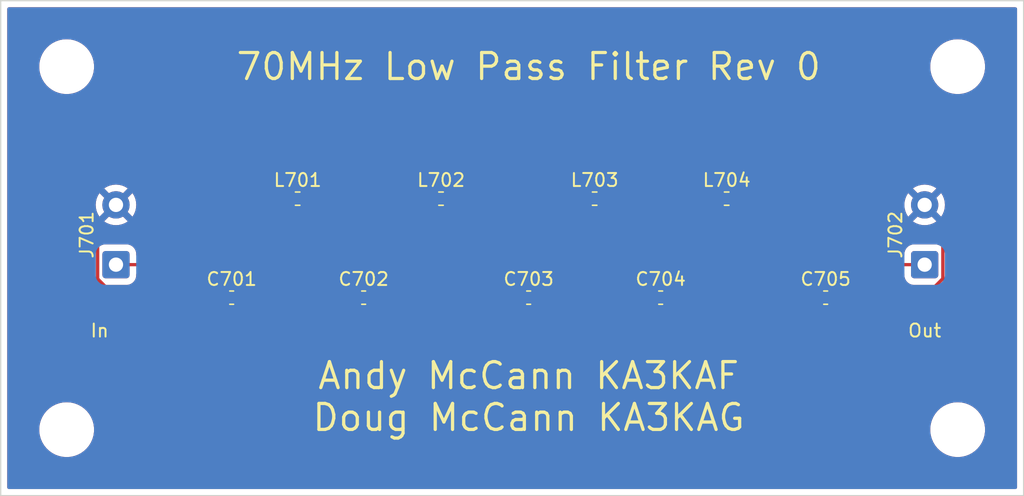
<source format=kicad_pcb>
(kicad_pcb (version 20211014) (generator pcbnew)
  (title_block (title "Spectrum Analyzer 70Mhz LPF") (date "2022-08-22") (rev "0") (company "Andy McCann KA3KAF and Doug McCann KA3KAG") (comment 2 "Wes Hayward W7ZOI") (comment 3 "Original Design by:"))
  (layers (0 "F.Cu" signal) (31 "B.Cu" signal) (34 "B.Paste" user) (35 "F.Paste" user) (36 "B.SilkS" user "B.Silkscreen") (37 "F.SilkS" user "F.Silkscreen") (38 "B.Mask" user) (39 "F.Mask" user) (44 "Edge.Cuts" user))
  (net 0 "")
  (net 1 "/In")
  (net 2 "GND")
  (net 3 "Net-(C702-Pad1)")
  (net 4 "Net-(C703-Pad1)")
  (net 5 "Net-(C704-Pad1)")
  (net 6 "/Out")
  (footprint "Capacitor_SMD:C_0603_1608Metric_Pad1.08x0.95mm_HandSolder" (layer "F.Cu") (at 165.1 96.52)
    (fp_text reference "C704" (at 0 -1.43) (layer "F.SilkS"))
    (fp_text value "82p")
    (fp_line (start -0.146267 -0.51) (end 0.146267 -0.51) (layer "F.SilkS") (width 0.12))
    (fp_line (start -0.146267 0.51) (end 0.146267 0.51) (layer "F.SilkS") (width 0.12))
    (pad "1" smd roundrect (at -0.8625 0) (size 1.075 0.95) (layers "F.Cu" "F.Paste" "F.Mask") (net 5 "Net-(C704-Pad1)"))
    (pad "2" smd roundrect (at 0.8625 0) (size 1.075 0.95) (layers "F.Cu" "F.Paste" "F.Mask") (net 2 "GND"))
  )
  (footprint "Connector_Wire:SolderWire-0.5sqmm_1x02_P4.6mm_D0.9mm_OD2.1mm" (layer "F.Cu") (at 123.176 93.98 90)
    (fp_text reference "J701" (at 2.3 -2.25 90) (layer "F.SilkS"))
    (fp_text value "Coax Solder Point" hide)
    (pad "1" thru_hole roundrect (at 0 0 90) (size 2.1 2.1) (drill 1.1) (layers *.Cu *.Mask) (roundrect_rratio 0.119048) (net 1 "/In"))
    (pad "2" thru_hole circle (at 4.6 0 90) (size 2.1 2.1) (drill 1.1) (layers *.Cu *.Mask) (net 2 "GND"))
  )
  (footprint "Inductor_SMD:L_0603_1608Metric_Pad1.05x0.95mm_HandSolder" (layer "F.Cu") (at 148.195 88.9)
    (fp_text reference "L702" (at 0 -1.43) (layer "F.SilkS"))
    (fp_text value "180n")
    (fp_line (start -0.171267 0.51) (end 0.171267 0.51) (layer "F.SilkS") (width 0.12))
    (fp_line (start -0.171267 -0.51) (end 0.171267 -0.51) (layer "F.SilkS") (width 0.12))
    (pad "1" smd roundrect (at -0.875 0) (size 1.05 0.95) (layers "F.Cu" "F.Paste" "F.Mask") (net 3 "Net-(C702-Pad1)"))
    (pad "2" smd roundrect (at 0.875 0) (size 1.05 0.95) (layers "F.Cu" "F.Paste" "F.Mask") (net 4 "Net-(C703-Pad1)"))
  )
  (footprint "Inductor_SMD:L_0603_1608Metric_Pad1.05x0.95mm_HandSolder" (layer "F.Cu") (at 160.02 88.9)
    (fp_text reference "L703" (at 0 -1.43) (layer "F.SilkS"))
    (fp_text value "180n")
    (fp_line (start -0.171267 0.51) (end 0.171267 0.51) (layer "F.SilkS") (width 0.12))
    (fp_line (start -0.171267 -0.51) (end 0.171267 -0.51) (layer "F.SilkS") (width 0.12))
    (pad "1" smd roundrect (at -0.875 0) (size 1.05 0.95) (layers "F.Cu" "F.Paste" "F.Mask") (net 4 "Net-(C703-Pad1)"))
    (pad "2" smd roundrect (at 0.875 0) (size 1.05 0.95) (layers "F.Cu" "F.Paste" "F.Mask") (net 5 "Net-(C704-Pad1)"))
  )
  (footprint "Capacitor_SMD:C_0603_1608Metric_Pad1.08x0.95mm_HandSolder" (layer "F.Cu") (at 132.08 96.52)
    (fp_text reference "C701" (at 0 -1.43) (layer "F.SilkS"))
    (fp_text value "47p")
    (fp_line (start -0.146267 -0.51) (end 0.146267 -0.51) (layer "F.SilkS") (width 0.12))
    (fp_line (start -0.146267 0.51) (end 0.146267 0.51) (layer "F.SilkS") (width 0.12))
    (pad "1" smd roundrect (at -0.8625 0) (size 1.075 0.95) (layers "F.Cu" "F.Paste" "F.Mask") (net 1 "/In"))
    (pad "2" smd roundrect (at 0.8625 0) (size 1.075 0.95) (layers "F.Cu" "F.Paste" "F.Mask") (net 2 "GND"))
  )
  (footprint "Capacitor_SMD:C_0603_1608Metric_Pad1.08x0.95mm_HandSolder" (layer "F.Cu") (at 177.8 96.52)
    (fp_text reference "C705" (at 0 -1.43) (layer "F.SilkS"))
    (fp_text value "47p")
    (fp_line (start -0.146267 -0.51) (end 0.146267 -0.51) (layer "F.SilkS") (width 0.12))
    (fp_line (start -0.146267 0.51) (end 0.146267 0.51) (layer "F.SilkS") (width 0.12))
    (pad "1" smd roundrect (at -0.8625 0) (size 1.075 0.95) (layers "F.Cu" "F.Paste" "F.Mask") (net 6 "/Out"))
    (pad "2" smd roundrect (at 0.8625 0) (size 1.075 0.95) (layers "F.Cu" "F.Paste" "F.Mask") (net 2 "GND"))
  )
  (footprint "Inductor_SMD:L_0603_1608Metric_Pad1.05x0.95mm_HandSolder" (layer "F.Cu") (at 137.16 88.9)
    (fp_text reference "L701" (at 0 -1.43) (layer "F.SilkS"))
    (fp_text value "150n")
    (fp_line (start -0.171267 -0.51) (end 0.171267 -0.51) (layer "F.SilkS") (width 0.12))
    (fp_line (start -0.171267 0.51) (end 0.171267 0.51) (layer "F.SilkS") (width 0.12))
    (pad "1" smd roundrect (at -0.875 0) (size 1.05 0.95) (layers "F.Cu" "F.Paste" "F.Mask") (net 1 "/In"))
    (pad "2" smd roundrect (at 0.875 0) (size 1.05 0.95) (layers "F.Cu" "F.Paste" "F.Mask") (net 3 "Net-(C702-Pad1)"))
  )
  (footprint "MountingHole:MountingHole_3.2mm_M3" (layer "F.Cu") (at 187.96 106.68)
    (fp_text reference "H704" hide)
    (fp_text value "MountingHole" hide)
    (pad "" np_thru_hole circle (at 0 0) (size 3.2 3.2) (drill 3.2) (layers *.Cu *.Mask))
  )
  (footprint "MountingHole:MountingHole_3.2mm_M3" (layer "F.Cu") (at 119.38 78.74)
    (fp_text reference "H702" hide)
    (fp_text value "MountingHole" hide)
    (pad "" np_thru_hole circle (at 0 0) (size 3.2 3.2) (drill 3.2) (layers *.Cu *.Mask))
  )
  (footprint "Inductor_SMD:L_0603_1608Metric_Pad1.05x0.95mm_HandSolder" (layer "F.Cu") (at 170.18 88.9)
    (fp_text reference "L704" (at 0 -1.43) (layer "F.SilkS"))
    (fp_text value "150n")
    (fp_line (start -0.171267 0.51) (end 0.171267 0.51) (layer "F.SilkS") (width 0.12))
    (fp_line (start -0.171267 -0.51) (end 0.171267 -0.51) (layer "F.SilkS") (width 0.12))
    (pad "1" smd roundrect (at -0.875 0) (size 1.05 0.95) (layers "F.Cu" "F.Paste" "F.Mask") (net 5 "Net-(C704-Pad1)"))
    (pad "2" smd roundrect (at 0.875 0) (size 1.05 0.95) (layers "F.Cu" "F.Paste" "F.Mask") (net 6 "/Out"))
  )
  (footprint "Capacitor_SMD:C_0603_1608Metric_Pad1.08x0.95mm_HandSolder" (layer "F.Cu") (at 154.94 96.52)
    (fp_text reference "C703" (at 0 -1.43) (layer "F.SilkS"))
    (fp_text value "82p")
    (fp_line (start -0.146267 0.51) (end 0.146267 0.51) (layer "F.SilkS") (width 0.12))
    (fp_line (start -0.146267 -0.51) (end 0.146267 -0.51) (layer "F.SilkS") (width 0.12))
    (pad "1" smd roundrect (at -0.8625 0) (size 1.075 0.95) (layers "F.Cu" "F.Paste" "F.Mask") (net 4 "Net-(C703-Pad1)"))
    (pad "2" smd roundrect (at 0.8625 0) (size 1.075 0.95) (layers "F.Cu" "F.Paste" "F.Mask") (net 2 "GND"))
  )
  (footprint "Connector_Wire:SolderWire-0.5sqmm_1x02_P4.6mm_D0.9mm_OD2.1mm" (layer "F.Cu") (at 185.42 93.98 90)
    (fp_text reference "J702" (at 2.3 -2.25 90) (layer "F.SilkS"))
    (fp_text value "Coax Solder Point" hide)
    (pad "1" thru_hole roundrect (at 0 0 90) (size 2.1 2.1) (drill 1.1) (layers *.Cu *.Mask) (roundrect_rratio 0.119048) (net 6 "/Out"))
    (pad "2" thru_hole circle (at 4.6 0 90) (size 2.1 2.1) (drill 1.1) (layers *.Cu *.Mask) (net 2 "GND"))
  )
  (footprint "MountingHole:MountingHole_3.2mm_M3" (layer "F.Cu") (at 119.38 106.68)
    (fp_text reference "H701" hide)
    (fp_text value "MountingHole" hide)
    (pad "" np_thru_hole circle (at 0 0) (size 3.2 3.2) (drill 3.2) (layers *.Cu *.Mask))
  )
  (footprint "MountingHole:MountingHole_3.2mm_M3" (layer "F.Cu") (at 187.96 78.74 90)
    (fp_text reference "H703" hide)
    (fp_text value "MountingHole" hide)
    (pad "" np_thru_hole circle (at 0 0 90) (size 3.2 3.2) (drill 3.2) (layers *.Cu *.Mask))
  )
  (footprint "Capacitor_SMD:C_0603_1608Metric_Pad1.08x0.95mm_HandSolder" (layer "F.Cu") (at 142.24 96.52)
    (fp_text reference "C702" (at 0 -1.43) (layer "F.SilkS"))
    (fp_text value "82p")
    (fp_line (start -0.146267 0.51) (end 0.146267 0.51) (layer "F.SilkS") (width 0.12))
    (fp_line (start -0.146267 -0.51) (end 0.146267 -0.51) (layer "F.SilkS") (width 0.12))
    (pad "1" smd roundrect (at -0.8625 0) (size 1.075 0.95) (layers "F.Cu" "F.Paste" "F.Mask") (net 3 "Net-(C702-Pad1)"))
    (pad "2" smd roundrect (at 0.8625 0) (size 1.075 0.95) (layers "F.Cu" "F.Paste" "F.Mask") (net 2 "GND"))
  )
  (gr_rect (start 114.3 73.66) (end 193.04 111.76) (layer "Edge.Cuts") (width 0.1) (fill none))
  (gr_text "Andy McCann KA3KAF\nDoug McCann KA3KAG" (at 154.94 104.14) (layer "F.SilkS") (effects (font (size 2 2) (thickness 0.25))))
  (gr_text "In" (at 121.92 99.06) (layer "F.SilkS") (effects (font (size 1 1))))
  (gr_text "Out" (at 185.42 99.06) (layer "F.SilkS") (effects (font (size 1 1))))
  (gr_text "70MHz Low Pass Filter Rev 0" (at 154.94 78.74) (layer "F.SilkS") (effects (font (size 2 2) (thickness 0.25))))
  (segment (start 136.285 88.9) (end 131.205 93.98) (width 0.25) (layer "F.Cu") (net 1))
  (segment (start 131.2175 93.9925) (end 131.205 93.98) (width 0.25) (layer "F.Cu") (net 1))
  (segment (start 131.2175 96.52) (end 131.2175 93.9925) (width 0.25) (layer "F.Cu") (net 1))
  (segment (start 131.205 93.98) (end 123.176 93.98) (width 0.25) (layer "F.Cu") (net 1))
  (segment (start 177.8612 97.3213) (end 178.6625 96.52) (width 0.25) (layer "F.Cu") (net 2))
  (segment (start 186.8167 95.0553) (end 186.8167 90.7767) (width 0.25) (layer "F.Cu") (net 2))
  (segment (start 186.8167 90.7767) (end 185.42 89.38) (width 0.25) (layer "F.Cu") (net 2))
  (segment (start 156.6221 97.3396) (end 165.1429 97.3396) (width 0.25) (layer "F.Cu") (net 2))
  (segment (start 185.352 96.52) (end 186.8167 95.0553) (width 0.25) (layer "F.Cu") (net 2))
  (segment (start 124.017 97.3213) (end 132.1412 97.3213) (width 0.25) (layer "F.Cu") (net 2))
  (segment (start 123.176 89.38) (end 121.7676 90.7884) (width 0.25) (layer "F.Cu") (net 2))
  (segment (start 154.9976 97.3249) (end 155.8025 96.52) (width 0.25) (layer "F.Cu") (net 2))
  (segment (start 143.9074 97.3249) (end 154.9976 97.3249) (width 0.25) (layer "F.Cu") (net 2))
  (segment (start 143.1025 96.52) (end 143.9074 97.3249) (width 0.25) (layer "F.Cu") (net 2))
  (segment (start 121.7676 90.7884) (end 121.7676 95.0719) (width 0.25) (layer "F.Cu") (net 2))
  (segment (start 132.1412 97.3213) (end 132.9425 96.52) (width 0.25) (layer "F.Cu") (net 2))
  (segment (start 142.3012 97.3213) (end 133.7438 97.3213) (width 0.25) (layer "F.Cu") (net 2))
  (segment (start 178.6625 96.52) (end 185.352 96.52) (width 0.25) (layer "F.Cu") (net 2))
  (segment (start 143.1025 96.52) (end 142.3012 97.3213) (width 0.25) (layer "F.Cu") (net 2))
  (segment (start 166.7638 97.3213) (end 177.8612 97.3213) (width 0.25) (layer "F.Cu") (net 2))
  (segment (start 133.7438 97.3213) (end 132.9425 96.52) (width 0.25) (layer "F.Cu") (net 2))
  (segment (start 165.9625 96.52) (end 166.7638 97.3213) (width 0.25) (layer "F.Cu") (net 2))
  (segment (start 165.1429 97.3396) (end 165.9625 96.52) (width 0.25) (layer "F.Cu") (net 2))
  (segment (start 155.8025 96.52) (end 156.6221 97.3396) (width 0.25) (layer "F.Cu") (net 2))
  (segment (start 121.7676 95.0719) (end 124.017 97.3213) (width 0.25) (layer "F.Cu") (net 2))
  (segment (start 141.3775 92.2425) (end 138.035 88.9) (width 0.25) (layer "F.Cu") (net 3))
  (segment (start 141.3775 92.2425) (end 143.9775 92.2425) (width 0.25) (layer "F.Cu") (net 3))
  (segment (start 143.9775 92.2425) (end 147.32 88.9) (width 0.25) (layer "F.Cu") (net 3))
  (segment (start 141.3775 96.52) (end 141.3775 92.2425) (width 0.25) (layer "F.Cu") (net 3))
  (segment (start 154.0775 93.9075) (end 149.07 88.9) (width 0.25) (layer "F.Cu") (net 4))
  (segment (start 159.145 88.9) (end 154.1375 93.9075) (width 0.25) (layer "F.Cu") (net 4))
  (segment (start 154.0775 96.52) (end 154.0775 93.9075) (width 0.25) (layer "F.Cu") (net 4))
  (segment (start 154.1375 93.9075) (end 154.0775 93.9075) (width 0.25) (layer "F.Cu") (net 4))
  (segment (start 169.305 88.9) (end 164.2375 88.9) (width 0.25) (layer "F.Cu") (net 5))
  (segment (start 164.2375 88.9) (end 164.2375 96.52) (width 0.25) (layer "F.Cu") (net 5))
  (segment (start 164.2375 88.9) (end 160.895 88.9) (width 0.25) (layer "F.Cu") (net 5))
  (segment (start 179.4775 93.98) (end 177.8063 95.6512) (width 0.25) (layer "F.Cu") (net 6))
  (segment (start 171.055 88.9) (end 177.8063 95.6512) (width 0.25) (layer "F.Cu") (net 6))
  (segment (start 177.8063 95.6512) (end 176.9375 96.52) (width 0.25) (layer "F.Cu") (net 6))
  (segment (start 185.42 93.98) (end 179.4775 93.98) (width 0.25) (layer "F.Cu") (net 6))
  (zone (net 2) (net_name "GND") (layers F&B.Cu) (connect_pads (clearance 0.508)) (min_thickness 0.254) (fill yes (thermal_gap 0.508) (thermal_bridge_width 0.508))
    (polygon (pts (xy 193.04 111.76) (xy 114.3 111.76) (xy 114.3 73.66) (xy 193.04 73.66)))
  )
)
</source>
